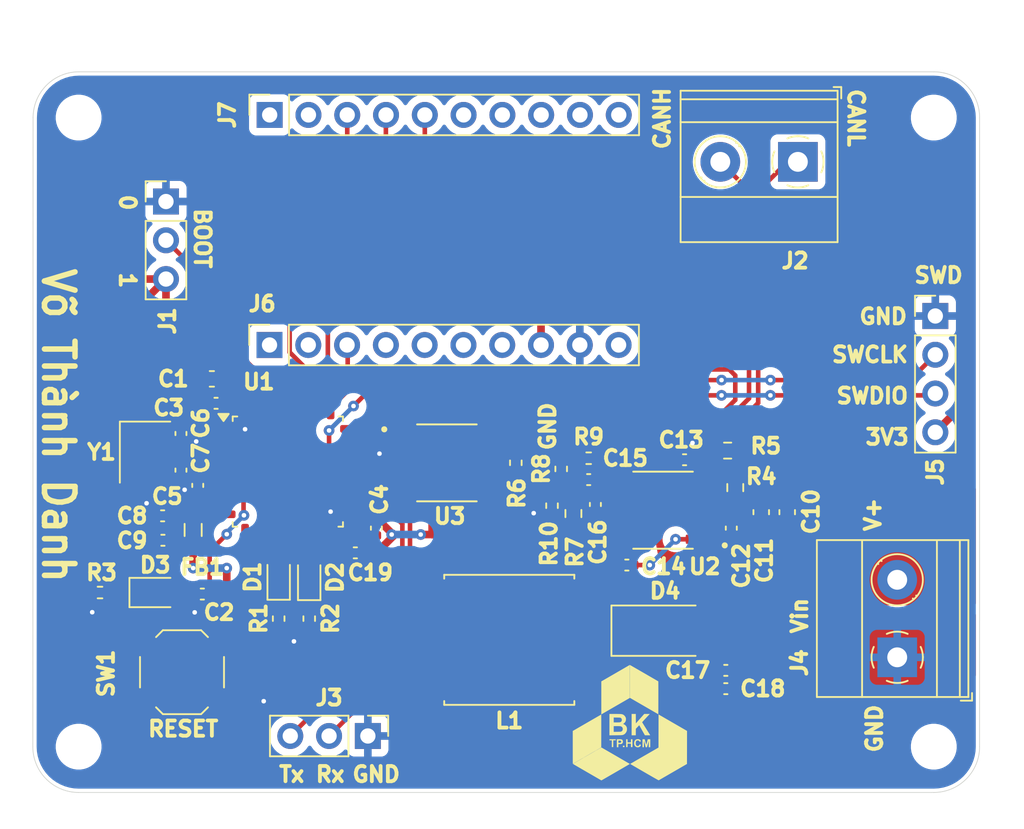
<source format=kicad_pcb>
(kicad_pcb (version 20240108) (generator "pcbnew") (generator_version "8.0")
  (layers (0 "F.Cu" signal) (31 "B.Cu" power) (34 "B.Paste" user) (35 "F.Paste" user) (36 "B.SilkS" user "B.Silkscreen") (37 "F.SilkS" user "F.Silkscreen") (38 "B.Mask" user) (39 "F.Mask" user) (44 "Edge.Cuts" user))
  (net 0 "")
  (net 1 "GND")
  (net 2 "+3.3V")
  (net 3 "NRST")
  (net 4 "OSC_IN")
  (net 5 "OSC_OUT")
  (net 6 "+3.3VA")
  (net 7 "/Vin")
  (net 8 "/SS")
  (net 9 "/POWER BOOT")
  (net 10 "/PH")
  (net 11 "/COMP")
  (net 12 "Net-(C15-Pad2)")
  (net 13 "LED_WHITE")
  (net 14 "Net-(D1-K)")
  (net 15 "Net-(D2-K)")
  (net 16 "LED_RED")
  (net 17 "Net-(D3-K)")
  (net 18 "BOOT")
  (net 19 "SWDIO")
  (net 20 "SWCLK")
  (net 21 "/CAN-")
  (net 22 "/CAN+")
  (net 23 "USART1_Tx")
  (net 24 "USART1_Rx")
  (net 30 "SPI_CS")
  (net 33 "SPI_MISO")
  (net 39 "SPI_MOSI")
  (net 40 "SPI_SCK")
  (net 41 "/EN")
  (net 42 "/VSense")
  (net 50 "CAN_S")
  (net 53 "CAN_Rx")
  (net 54 "CAN_Tx")
  (net 57 "Net-(R8-Pad2)")
  (footprint "Capacitor_SMD:C_0603_1608Metric" (layer "F.Cu") (at 174.88 104.955 -90)
    (property "Reference" "C10")
    (property "Value" "4.7u")
  )
  (footprint "Diode_SMD:D_SMA" (layer "F.Cu") (at 166.88 112.72)
    (property "Reference" "D4")
    (property "Value" "SS34")
  )
  (footprint "MountingHole:MountingHole_2.5mm" (layer "F.Cu") (at 128.48 120.32)
    (property "Reference" "H2")
    (property "Value" "MountingHole")
  )
  (footprint "Connector_PinHeader_2.54mm:PinHeader_1x03_P2.54mm_Vertical" (layer "F.Cu") (at 147.42 119.62 -90)
    (property "Reference" "J3")
    (property "Value" "UART Connector")
  )
  (footprint "Resistor_SMD:R_0402_1005Metric" (layer "F.Cu") (at 161.88 101.42)
    (property "Reference" "R9")
    (property "Value" "15k")
  )
  (footprint "TerminalBlock_Phoenix:TerminalBlock_Phoenix_MKDS-1,5-2-5.08_1x02_P5.08mm_Horizontal" (layer "F.Cu") (at 182.085 114.465 90)
    (property "Reference" "J4")
    (property "Value" "Vin")
  )
  (footprint "Capacitor_SMD:C_0402_1005Metric" (layer "F.Cu") (at 162.32 104.45 -90)
    (property "Reference" "C16")
    (property "Value" "47p")
  )
  (footprint "Capacitor_SMD:C_0402_1005Metric" (layer "F.Cu") (at 135.18 99.8 -90)
    (property "Reference" "C3")
    (property "Value" "10p")
  )
  (footprint "Capacitor_SMD:C_0402_1005Metric" (layer "F.Cu") (at 171.22 106 -90)
    (property "Reference" "C12")
    (property "Value" "10n")
  )
  (footprint "Capacitor_SMD:C_0603_1608Metric" (layer "F.Cu") (at 137.205 96.22)
    (property "Reference" "C1")
    (property "Value" "10u")
  )
  (footprint "Capacitor_SMD:C_0402_1005Metric" (layer "F.Cu") (at 133.98 105.195 180)
    (property "Reference" "C8")
    (property "Value" "1u")
  )
  (footprint "Package_SO:SOIC127P599X175-8N" (layer "F.Cu") (at 166.75 104.825 180)
    (property "Reference" "U2")
    (property "Value" "TPS54331DR")
  )
  (footprint "Resistor_SMD:R_0603_1608Metric" (layer "F.Cu") (at 160.88 105.045 -90)
    (property "Reference" "R7")
    (property "Value" "30k")
  )
  (footprint "Capacitor_SMD:C_0402_1005Metric" (layer "F.Cu") (at 147.98 106 -90)
    (property "Reference" "C4")
    (property "Value" "100n")
  )
  (footprint "Capacitor_SMD:C_0402_1005Metric" (layer "F.Cu") (at 168.16 101.52)
    (property "Reference" "C13")
    (property "Value" "10n")
  )
  (footprint "Package_QFP:LQFP-32_7x7mm_P0.8mm" (layer "F.Cu") (at 142.18 102.295)
    (property "Reference" "U1")
    (property "Value" "STM32F042K6Tx")
  )
  (footprint "Capacitor_SMD:C_0402_1005Metric" (layer "F.Cu") (at 164.38 108.42 180)
    (property "Reference" "C14")
    (property "Value" "100n")
  )
  (footprint "Resistor_SMD:R_0402_1005Metric" (layer "F.Cu") (at 141.58 111.93 -90)
    (property "Reference" "R1")
    (property "Value" "1k")
  )
  (footprint "Capacitor_SMD:C_0402_1005Metric" (layer "F.Cu") (at 135.18 102.2 -90)
    (property "Reference" "C5")
    (property "Value" "10p")
  )
  (footprint "Package_SO:SOIC127P600X175-8N" (layer "F.Cu") (at 152.595 101.725)
    (property "Reference" "U3")
    (property "Value" "TJA1050T_CM_118")
  )
  (footprint "Resistor_SMD:R_0402_1005Metric" (layer "F.Cu") (at 160.08 102.12 90)
    (property "Reference" "R8")
    (property "Value" "0")
  )
  (footprint "LED_SMD:LED_0603_1608Metric" (layer "F.Cu") (at 141.58 109.2075 90)
    (property "Reference" "D1")
    (property "Value" "LED_WHITE")
  )
  (footprint "MountingHole:MountingHole_2.5mm" (layer "F.Cu") (at 184.48 120.32)
    (property "Reference" "H4")
    (property "Value" "MountingHole")
  )
  (footprint "Capacitor_SMD:C_0402_1005Metric" (layer "F.Cu") (at 134 106.795 180)
    (property "Reference" "C9")
    (property "Value" "1u")
  )
  (footprint "TerminalBlock_Phoenix:TerminalBlock_Phoenix_MKDS-1,5-2-5.08_1x02_P5.08mm_Horizontal" (layer "F.Cu") (at 175.58 82 180)
    (property "Reference" "J2")
    (property "Value" "CAN Bus")
  )
  (footprint "MountingHole:MountingHole_2.5mm" (layer "F.Cu") (at 128.48 79.1)
    (property "Reference" "H1")
    (property "Value" "MountingHole")
  )
  (footprint "Resistor_SMD:R_0603_1608Metric" (layer "F.Cu") (at 171.48 103.345 90)
    (property "Reference" "R4")
    (property "Value" "330k")
  )
  (footprint "Capacitor_SMD:C_0402_1005Metric" (layer "F.Cu") (at 170.86 115.32)
    (property "Reference" "C17")
    (property "Value" "47p")
  )
  (footprint "Resistor_SMD:R_0603_1608Metric" (layer "F.Cu") (at 170.98 100.92 180)
    (property "Reference" "R5")
    (property "Value" "68k")
  )
  (footprint "Connector_PinSocket_2.54mm:PinSocket_1x10_P2.54mm_Vertical" (layer "F.Cu") (at 140.98 94 90)
    (property "Reference" "J6")
    (property "Value" "Conn_01x10_Socket")
  )
  (footprint "Capacitor_SMD:C_0402_1005Metric" (layer "F.Cu") (at 136.58 110.32)
    (property "Reference" "C2")
    (property "Value" "100n")
  )
  (footprint "Capacitor_SMD:C_0402_1005Metric" (layer "F.Cu") (at 161.88 102.82 180)
    (property "Reference" "C15")
    (property "Value" "1n")
  )
  (footprint "LED_SMD:LED_0603_1608Metric" (layer "F.Cu") (at 143.58 109.2325 90)
    (property "Reference" "D2")
    (property "Value" "LED_RED")
  )
  (footprint "Resistor_SMD:R_0402_1005Metric" (layer "F.Cu") (at 143.58 111.93 -90)
    (property "Reference" "R2")
    (property "Value" "1k")
  )
  (footprint "Connector_PinSocket_2.54mm:PinSocket_1x10_P2.54mm_Vertical" (layer "F.Cu") (at 140.99 78.925 90)
    (property "Reference" "J7")
    (property "Value" "Conn_01x10_Socket")
  )
  (footprint "Capacitor_SMD:C_0402_1005Metric" (layer "F.Cu") (at 137.48 97.82)
    (property "Reference" "C6")
    (property "Value" "100n")
  )
  (footprint "Connector_PinHeader_2.54mm:PinHeader_1x04_P2.54mm_Vertical" (layer "F.Cu") (at 184.58 92.1)
    (property "Reference" "J5")
    (property "Value" "SWD Connector")
  )
  (footprint "LED_SMD:LED_0805_2012Metric" (layer "F.Cu") (at 133.4925 110.22)
    (property "Reference" "D3")
    (property "Value" "LED_GREEN")
  )
  (footprint "Capacitor_SMD:C_0402_1005Metric" (layer "F.Cu") (at 136.28 103.2 90)
    (property "Reference" "C7")
    (property "Value" "100n")
  )
  (footprint "Inductor_SMD:L_0805_2012Metric" (layer "F.Cu") (at 135.98 106.12 90)
    (property "Reference" "FB1")
    (property "Value" "120R")
  )
  (footprint "Resistor_SMD:R_0402_1005Metric" (layer "F.Cu") (at 159.48 104.53 -90)
    (property "Reference" "R10")
    (property "Value" "4.7k")
  )
  (footprint "MountingHole:MountingHole_2.5mm" (layer "F.Cu") (at 184.48 79.1)
    (property "Reference" "H3")
    (property "Value" "MountingHole")
  )
  (footprint "Inductor_SMD:L_Sunlord_SWPA8040S" (layer "F.Cu") (at 156.68 113.32 180)
    (property "Reference" "L1")
    (property "Value" "10uH")
  )
  (footprint "LOGO" (layer "F.Cu") (at 164.48222 119.02)
    (property "Reference" "G***" (hide yes))
    (property "Value" "LOGO" (hide yes))
  )
  (footprint "Crystal:Crystal_SMD_3225-4Pin_3.2x2.5mm" (layer "F.Cu") (at 132.83 101.02 -90)
    (property "Reference" "Y1")
    (property "Value" "16MHz")
  )
  (footprint "Capacitor_SMD:C_0603_1608Metric" (layer "F.Cu") (at 173.18 104.955 -90)
    (property "Reference" "C11")
    (property "Value" "4.7u")
  )
  (footprint "Capacitor_SMD:C_0402_1005Metric" (layer "F.Cu") (at 170.86 116.52)
    (property "Reference" "C18")
    (property "Value" "47p")
  )
  (footprint "Capacitor_SMD:C_0402_1005Metric" (layer "F.Cu") (at 146.6 107.62 180)
    (property "Reference" "C19")
    (property "Value" "100n")
  )
  (footprint "Resistor_SMD:R_0402_1005Metric" (layer "F.Cu") (at 129.88 110.22 180)
    (property "Reference" "R3")
    (property "Value" "1k")
  )
  (footprint "Resistor_SMD:R_0402_1005Metric" (layer "F.Cu") (at 157.11 101.72 -90)
    (property "Reference" "R6")
    (property "Value" "120")
  )
  (footprint "Button_Switch_SMD:SW_SPST_TL3342" (layer "F.Cu") (at 135.25 115.44 180)
    (property "Reference" "SW1")
    (property "Value" "SW_Push")
  )
  (footprint "Connector_PinHeader_2.54mm:PinHeader_1x03_P2.54mm_Vertical" (layer "F.Cu") (at 134.2 84.6)
    (property "Reference" "J1")
    (property "Value" "Boot")
  )
  (gr_arc (start 128.48 123.32) (mid 126.35868 122.44132) (end 125.48 120.32) (stroke (width 0.05)) (layer "Edge.Cuts"))
  (gr_arc (start 184.48 76.1) (mid 186.602254 76.979066) (end 187.48132 79.10132) (stroke (width 0.05)) (layer "Edge.Cuts"))
  (gr_arc (start 187.48 120.32) (mid 186.60132 122.44132) (end 184.48 123.32) (stroke (width 0.05)) (layer "Edge.Cuts"))
  (gr_line (start 125.49868 79.10132) (end 125.48 120.32) (stroke (width 0.05)) (layer "Edge.Cuts"))
  (gr_line (start 128.48 123.32) (end 184.48 123.32) (stroke (width 0.05)) (layer "Edge.Cuts"))
  (gr_arc (start 125.49868 79.10132) (mid 126.377747 76.979073) (end 128.5 76.1) (stroke (width 0.05)) (layer "Edge.Cuts"))
  (gr_line (start 187.48 120.32) (end 187.48132 79.10132) (stroke (width 0.05)) (layer "Edge.Cuts"))
  (gr_line (start 128.5 76.1) (end 184.48 76.1) (stroke (width 0.05)) (layer "Edge.Cuts"))
  (gr_text "SWDIO" (at 177.98 97.92 0) (layer "F.SilkS") (effects (font (size 1 1) (thickness 0.25) (bold yes)) (justify left bottom)))
  (gr_text "SWCLK\n" (at 177.68 95.22 0) (layer "F.SilkS") (effects (font (size 1 1) (thickness 0.25) (bold yes)) (justify left bottom)))
  (gr_text "GND" (at 179.48 92.72 0) (layer "F.SilkS") (effects (font (size 1 1) (thickness 0.25) (bold yes)) (justify left bottom)))
  (gr_text "V+\n" (at 181.08 106.32 90) (layer "F.SilkS") (effects (font (size 1 1) (thickness 0.25) (bold yes)) (justify left bottom)))
  (gr_text "Võ Thành Danh" (at 125.98 88.8 -90) (layer "F.SilkS") (effects (font (size 2 1.8) (thickness 0.36) (bold yes)) (justify left bottom)))
  (gr_text "1" (at 131.1 89.125 -90) (layer "F.SilkS") (effects (font (size 1 1) (thickness 0.25) (bold yes)) (justify left bottom)))
  (gr_text "Tx\n" (at 141.48 122.72 0) (layer "F.SilkS") (effects (font (size 1 1) (thickness 0.25) (bold yes)) (justify left bottom)))
  (gr_text "3V3" (at 179.88 100.62 0) (layer "F.SilkS") (effects (font (size 1 1) (thickness 0.25) (bold yes)) (justify left bottom)))
  (gr_text "Vin" (at 176.28 113.02 90) (layer "F.SilkS") (effects (font (size 1 1) (thickness 0.25) (bold yes)) (justify left bottom)))
  (gr_text "SWD" (at 183.08 90.02 0) (layer "F.SilkS") (effects (font (size 1 1) (thickness 0.25) (bold yes)) (justify left bottom)))
  (gr_text "0\n" (at 131.1 84.025 -90) (layer "F.SilkS") (effects (font (size 1 1) (thickness 0.25) (bold yes)) (justify left bottom)))
  (gr_text "CANH" (at 167.28 81.3 90) (layer "F.SilkS") (effects (font (size 1 1) (thickness 0.25) (bold yes)) (justify left bottom)))
  (gr_text "RESET" (at 132.9 119.74 0) (layer "F.SilkS") (effects (font (size 1 1) (thickness 0.25) (bold yes)) (justify left bottom)))
  (gr_text "GND" (at 146.28 122.72 0) (layer "F.SilkS") (effects (font (size 1 1) (thickness 0.25) (bold yes)) (justify left bottom)))
  (gr_text "CANL" (at 178.8 77.1 -90) (layer "F.SilkS") (effects (font (size 1 1) (thickness 0.25) (bold yes)) (justify left bottom)))
  (gr_text "BOOT\n" (at 136 84.925 -90) (layer "F.SilkS") (effects (font (size 1 1) (thickness 0.25) (bold yes)) (justify left bottom)))
  (gr_text "Rx\n" (at 143.88 122.72 0) (layer "F.SilkS") (effects (font (size 1 1) (thickness 0.25) (bold yes)) (justify left bottom)))
  (gr_text "GND" (at 159.78 101.02 90) (layer "F.SilkS") (effects (font (size 1 1) (thickness 0.25) (bold yes)) (justify left bottom)))
  (gr_text "GND" (at 181.18 120.82 90) (layer "F.SilkS") (effects (font (size 1 1) (thickness 0.25) (bold yes)) (justify left bottom)))
  (segment (start 168.64 101.52) (end 168.64 100.46) (width 0.5) (layer "F.Cu") (net 1))
  (segment (start 136.1 111.5) (end 136.08 111.52) (width 0.5) (layer "F.Cu") (net 1))
  (segment (start 162.32 104.93) (end 162.85 105.46) (width 0.5) (layer "F.Cu") (net 1))
  (segment (start 131.98 102.12) (end 131.98 103.42) (width 0.5) (layer "F.Cu") (net 1))
  (segment (start 135.18 103.245863) (end 135.421382 103.487245) (width 0.5) (layer "F.Cu") (net 1))
  (segment (start 133.5 105.195) (end 133.5 106.775) (width 0.5) (layer "F.Cu") (net 1))
  (segment (start 160.88 105.87) (end 160.31 105.87) (width 0.5) (layer "F.Cu") (net 1))
  (segment (start 132.1 117.34) (end 138.4 117.34) (width 0.5) (layer "F.Cu") (net 1))
  (segment (start 131.98 103.42) (end 132.93 104.37) (width 0.5) (layer "F.Cu") (net 1))
  (segment (start 137.96 97.82) (end 139.08 97.82) (width 0.3) (layer "F.Cu") (net 1))
  (segment (start 129.37 111.51) (end 129.37 110.22) (width 0.5) (layer "F.Cu") (net 1))
  (segment (start 132.93 104.37) (end 133.5 104.94) (width 0.5) (layer "F.Cu") (net 1))
  (segment (start 162.85 105.46) (end 164.28 105.46) (width 0.5) (layer "F.Cu") (net 1))
  (segment (start 142.58 112.44) (end 143.58 112.44) (width 0.5) (layer "F.Cu") (net 1))
  (segment (start 168.64 101.52) (end 169.555 101.52) (width 0.5) (layer "F.Cu") (net 1))
  (segment (start 169.555 101.52) (end 170.155 100.92) (width 0.5) (layer "F.Cu") (net 1))
  (segment (start 139.38 98.12) (end 139.38 99.52) (width 0.3) (layer "F.Cu") (net 1))
  (segment (start 168.64 100.46) (end 168.68 100.42) (width 0.5) (layer "F.Cu") (net 1))
  (segment (start 135.18 102.68) (end 136.24 102.68) (width 0.5) (layer "F.Cu") (net 1))
  (segment (start 142.58 112.82) (end 142.58 113.42) (width 0.5) (layer "F.Cu") (net 1))
  (segment (start 136.1 110.32) (end 136.1 111.5) (width 0.5) (layer "F.Cu") (net 1))
  (segment (start 137.98 97.8) (end 137.96 97.82) (width 0.5) (layer "F.Cu") (net 1))
  (segment (start 161.38 105.87) (end 162.32 104.93) (width 0.5) (layer "F.Cu") (net 1))
  (segment (start 136.24 102.68) (end 136.28 102.72) (width 0.5) (layer "F.Cu") (net 1))
  (segment (start 142.58 112.44) (end 142.58 112.82) (width 0.5) (layer "F.Cu") (net 1))
  (segment (start 144.98 104.92) (end 144.98 106.47) (width 0.3) (layer "F.Cu") (net 1))
  (segment (start 144.98 106.47) (end 144.98 106.48) (width 0.3) (layer "F.Cu") (net 1))
  (segment (start 150.01 101.09) (end 148.21 101.09) (width 0.5) (layer "F.Cu") (net 1))
  (segment (start 134.04 100.28) (end 135.18 100.28) (width 0.5) (layer "F.Cu") (net 1))
  (segment (start 135.18 102.68) (end 135.18 103.245863) (width 0.5) (layer "F.Cu") (net 1))
  (segment (start 140.6 117.34) (end 138.4 117.34) (width 0.5) (layer "F.Cu") (net 1))
  (segment (start 144.98 106.48) (end 146.12 107.62) (width 0.3) (layer "F.Cu") (net 1))
  (segment (start 147.97 106.47) (end 147.98 106.48) (width 0.3) (layer "F.Cu") (net 1))
  (segment (start 139.08 97.82) (end 139.38 98.12) (width 0.3) (layer "F.Cu") (net 1))
  (segment (start 133.68 99.92) (end 134.04 100.28) (width 0.5) (layer "F.Cu") (net 1))
  (segment (start 148.21 101.09) (end 148.18 101.12) (width 0.5) (layer "F.Cu") (net 1))
  (segment (start 158.3 105.04) (end 158.28 105.02) (width 0.5) (layer "F.Cu") (net 1))
  (segment (start 135.18 100.28) (end 136.14 100.28) (width 0.5) (layer "F.Cu") (net 1))
  (segment (start 141.58 112.44) (end 142.58 112.44) (width 0.5) (layer "F.Cu") (net 1))
  (segment (start 144.98 106.47) (end 147.97 106.47) (width 0.3) (layer "F.Cu") (net 1))
  (segment (start 137.98 96.22) (end 137.98 97.8) (width 0.5) (layer "F.Cu") (net 1))
  (segment (start 136.14 100.28) (end 136.18 100.32) (width 0.5) (layer "F.Cu") (net 1))
  (segment (start 133.5 106.775) (end 133.52 106.795) (width 0.5) (layer "F.Cu") (net 1))
  (segment (start 160.31 105.87) (end 159.48 105.04) (width 0.5) (layer "F.Cu") (net 1))
  (segment (start 159.48 105.04) (end 158.3 105.04) (width 0.5) (layer "F.Cu") (net 1))
  (segment (start 160.88 105.87) (end 161.38 105.87) (width 0.5) (layer "F.Cu") (net 1))
  (segment (start 133.5 104.94) (end 133.5 105.195) (width 0.5) (layer "F.Cu") (net 1))
  (via (at 135.421382 103.487245) (size 0.7) (drill 0.3) (layers "F.Cu" "B.Cu") (net 1))
  (via (at 139.38 99.52) (size 0.7) (drill 0.3) (layers "F.Cu" "B.Cu") (net 1))
  (via (at 144.98 104.92) (size 0.7) (drill 0.3) (layers "F.Cu" "B.Cu") (net 1))
  (via (at 136.18 100.32) (size 0.7) (drill 0.3) (layers "F.Cu" "B.Cu") (net 1))
  (via (at 168.68 100.42) (size 0.7) (drill 0.3) (layers "F.Cu" "B.Cu") (net 1))
  (via (at 140.6 117.34) (size 0.7) (drill 0.3) (layers "F.Cu" "B.Cu") (net 1))
  (via (at 129.37 111.51) (size 0.7) (drill 0.3) (layers "F.Cu" "B.Cu") (net 1))
  (via (at 132.93 104.37) (size 0.7) (drill 0.3) (layers "F.Cu" "B.Cu") (net 1))
  (via (at 142.58 113.42) (size 0.7) (drill 0.3) (layers "F.Cu" "B.Cu") (net 1))
  (via (at 136.08 111.52) (size 0.7) (drill 0.3) (layers "F.Cu" "B.Cu") (net 1))
  (via (at 148.18 101.12) (size 0.7) (drill 0.3) (layers "F.Cu" "B.Cu") (net 1))
  (via (at 158.28 105.02) (size 0.7) (drill 0.3) (layers "F.Cu" "B.Cu") (net 1))
  (segment (start 134.48 106.795) (end 134.48 109.62) (width 0.5) (layer "F.Cu") (net 2))
  (segment (start 146.355 105.095) (end 147.555 105.095) (width 0.3) (layer "F.Cu") (net 2))
  (segment (start 158.76 87.64) (end 169.4 77) (width 0.5) (layer "F.Cu") (net 2))
  (segment (start 134.2 95.04) (end 134.2 89.68) (width 0.5) (layer "F.Cu") (net 2))
  (segment (start 152.13 106.42) (end 151.63 106.42) (width 0.5) (layer "F.Cu") (net 2))
  (segment (start 169.4 77) (end 179.2 77) (width 0.5) (layer "F.Cu") (net 2))
  (segment (start 131.2 88.4) (end 131.2 81.5) (width 0.5) (layer "F.Cu") (net 2))
  (segment (start 134.8675 107.1825) (end 134.48 106.795) (width 0.5) (layer "F.Cu") (net 2))
  (segment (start 148.98 106.331734) (end 148.168266 105.52) (width 0.5) (layer "F.Cu") (net 2))
  (segment (start 135.7 77) (end 169.4 77) (width 0.5) (layer "F.Cu") (net 2))
  (segment (start 179.2 77) (end 186.7 84.5) (width 0.5) (layer "F.Cu") (net 2))
  (segment (start 136.43 97.25) (end 137 97.82) (width 0.5) (layer "F.Cu") (net 2))
  (segment (start 138.005 99.495) (end 137.98 99.52) (width 0.3) (layer "F.Cu") (net 2))
  (segment (start 136.43 96.22) (end 135.38 96.22) (width 0.5) (layer "F.Cu") (net 2))
  (segment (start 134.48 109.62) (end 134.28 109.82) (width 0.5) (layer "F.Cu") (net 2))
  (segment (start 151.63 103.22) (end 151.63 106.42) (width 0.5) (layer "F.Cu") (net 2))
  (segment (start 150.77 102.36) (end 151.63 103.22) (width 0.5) (layer "F.Cu") (net 2))
  (segment (start 151.63 106.42) (end 150.88 106.42) (width 0.5) (layer "F.Cu") (net 2))
  (segment (start 147.08 107.62) (end 147.08 111.72) (width 0.5) (layer "F.Cu") (net 2))
  (segment (start 186.7 84.5) (end 186.7 97.6) (width 0.5) (layer "F.Cu") (net 2))
  (segment (start 141.48 114.32) (end 138.18 111.02) (width 0.5) (layer "F.Cu") (net 2))
  (segment (start 147.08 111.72) (end 144.48 114.32) (width 0.5) (layer "F.Cu") (net 2))
  (segment (start 149.08 106.528266) (end 149.08 106.42) (width 0.5) (layer "F.Cu") (net 2))
  (segment (start 132.48 89.68) (end 131.2 88.4) (width 0.5) (layer "F.Cu") (net 2))
  (segment (start 134.43 109.53) (end 134.43 110.22) (width 0.5) (layer "F.Cu") (net 2))
  (segment (start 153.68 108.07) (end 153.68 113.32) (width 0.5) (layer "F.Cu") (net 2))
  (segment (start 134.2 89.68) (end 132.48 89.68) (width 0.5) (layer "F.Cu") (net 2))
  (segment (start 135.38 96.22) (end 134.2 95.04) (width 0.5) (layer "F.Cu") (net 2))
  (segment (start 135.98 108.62) (end 135.98 107.1825) (width 0.5) (layer "F.Cu") (net 2))
  (segment (start 131.2 81.5) (end 135.7 77) (width 0.5) (layer "F.Cu") (net 2))
  (segment (start 129.9 105) (end 134.43 109.53) (width 0.5) (layer "F.Cu") (net 2))
  (segment (start 150.01 102.36) (end 150.77 102.36) (width 0.5) (layer "F.Cu") (net 2))
  (segment (start 148.98 106.42) (end 148.98 106.331734) (width 0.5) (layer "F.Cu") (net 2))
  (segment (start 137.98 99.52) (end 137 98.54) (width 0.3) (layer "F.Cu") (net 2))
  (segment (start 186.7 97.6) (end 184.58 99.72) (width 0.5) (layer "F.Cu") (net 2))
  (segment (start 153.73 108.02) (end 153.68 108.07) (width 0.5) (layer "F.Cu") (net 2))
  (segment (start 136.43 96.22) (end 136.43 97.25) (width 0.5) (layer "F.Cu") (net 2))
  (segment (start 129.9 93.98) (end 129.9 105) (width 0.5) (layer "F.Cu") (net 2))
  (segment (start 134.2 89.68) (end 129.9 93.98) (width 0.5) (layer "F.Cu") (net 2))
  (segment (start 148.168266 105.52) (end 147.98 105.52) (width 0.5) (layer "F.Cu") (net 2))
  (segment (start 144.48 114.32) (end 141.48 114.32) (width 0.5) (layer "F.Cu") (net 2))
  (segment (start 147.988266 107.62) (end 149.08 106.528266) (width 0.5) (layer "F.Cu") (net 2))
  (segment (start 147.08 107.62) (end 147.988266 107.62) (width 0.5) (layer "F.Cu") (net 2))
  (segment (start 153.73 108.02) (end 152.13 106.42) (width 0.5) (layer "F.Cu") (net 2))
  (segment (start 137 98.54) (end 137 97.82) (width 0.3) (layer "F.Cu") (net 2))
  (segment (start 135.98 107.1825) (end 134.8675 107.1825) (width 0.5) (layer "F.Cu") (net 2))
  (segment (start 160.08 102.63) (end 159.12 102.63) (width 0.5) (layer "F.Cu") (net 2))
  (segment (start 159.12 102.63) (end 153.73 108.02) (width 0.5) (layer "F.Cu") (net 2))
  (segment (start 138.18 111.02) (end 138.18 108.62) (width 0.5) (layer "F.Cu") (net 2))
  (segment (start 158.76 94) (end 158.76 87.64) (width 0.5) (layer "F.Cu") (net 2))
  (segment (start 147.555 105.095) (end 147.98 105.52) (width 0.3) (layer "F.Cu") (net 2))
  (via (at 150.88 106.42) (size 0.7) (drill 0.3) (layers "F.Cu" "B.Cu") (net 2))
  (via (at 148.98 106.42) (size 0.7) (drill 0.3) (layers "F.Cu" "B.Cu") (net 2))
  (via (at 138.18 108.62) (size 0.7) (drill 0.3) (layers "F.Cu" "B.Cu") (net 2))
  (via (at 135.98 108.62) (size 0.7) (drill 0.3) (layers "F.Cu" "B.Cu") (net 2))
  (segment (start 138.18 108.62) (end 135.98 108.62) (width 0.5) (layer "B.Cu") (net 2))
  (segment (start 150.88 106.42) (end 148.98 106.42) (width 0.5) (layer "B.Cu") (net 2))
  (segment (start 138.754999 101.895) (end 139.28 102.420001) (width 0.3) (layer "F.Cu") (net 3))
  (segment (start 139.28 105.135316) (end 139.305 105.160316) (width 0.3) (layer "F.Cu") (net 3))
  (segment (start 139.28 102.420001) (end 139.28 105.135316) (width 0.3) (layer "F.Cu") (net 3))
  (segment (start 137.06 107.52) (end 137.06 112.2) (width 0.3) (layer "F.Cu") (net 3))
  (segment (start 138.18 106.4) (end 137.06 107.52) (width 0.3) (layer "F.Cu") (net 3))
  (segment (start 137.06 112.2) (end 138.4 113.54) (width 0.3) (layer "F.Cu") (net 3))
  (segment (start 138.005 101.895) (end 138.754999 101.895) (width 0.3) (layer "F.Cu") (net 3))
  (segment (start 132.1 113.54) (end 138.4 113.54) (width 0.3) (layer "F.Cu") (net 3))
  (via (at 139.305 105.160316) (size 0.7) (drill 0.3) (layers "F.Cu" "B.Cu") (net 3))
  (via (at 138.18 106.4) (size 0.7) (drill 0.3) (layers "F.Cu" "B.Cu") (net 3))
  (segment (start 138.18 106.285316) (end 139.305 105.160316) (width 0.3) (layer "B.Cu") (net 3))
  (segment (start 138.18 106.4) (end 138.18 106.285316) (width 0.3) (layer "B.Cu") (net 3))
  (segment (start 134.73 98.87) (end 132.73 98.87) (width 0.3) (layer "F.Cu") (net 4))
  (segment (start 135.18 99.32) (end 134.73 98.87) (width 0.3) (layer "F.Cu") (net 4))
  (segment (start 132.73 98.87) (end 131.98 99.62) (width 0.3) (layer "F.Cu") (net 4))
  (segment (start 131.98 99.62) (end 131.98 99.92) (width 0.3) (layer "F.Cu") (net 4))
  (segment (start 137.255001 100.295) (end 136.280001 99.32) (width 0.3) (layer "F.Cu") (net 4))
  (segment (start 136.280001 99.32) (end 135.18 99.32) (width 0.3) (layer "F.Cu") (net 4))
  (segment (start 138.005 100.295) (end 137.255001 100.295) (width 0.3) (layer "F.Cu") (net 4))
  (segment (start 138.005 101.095) (end 135.805 101.095) (width 0.3) (layer "F.Cu") (net 5))
  (segment (start 135.805 101.095) (end 135.18 101.72) (width 0.3) (layer "F.Cu") (net 5))
  (segment (start 135.18 101.72) (end 134.08 101.72) (width 0.3) (layer "F.Cu") (net 5))
  (segment (start 134.08 101.72) (end 133.68 102.12) (width 0.3) (layer "F.Cu") (net 5))
  (segment (start 135.98 105.0575) (end 136.28 104.7575) (width 0.5) (layer "F.Cu") (net 6))
  (segment (start 136.28 104.7575) (end 136.28 103.68) (width 0.5) (layer "F.Cu") (net 6))
  (segment (start 136.394784 103.68) (end 136.28 103.68) (width 0.3) (layer "F.Cu") (net 6))
  (segment (start 138.005 102.695) (end 137.379784 102.695) (width 0.3) (layer "F.Cu") (net 6))
  (segment (start 134.5975 105.0575) (end 134.46 105.195) (width 0.5) (layer "F.Cu") (net 6))
  (segment (start 137.379784 102.695) (end 136.394784 103.68) (width 0.3) (layer "F.Cu") (net 6))
  (segment (start 135.98 105.0575) (end 134.5975 105.0575) (width 0.5) (layer "F.Cu") (net 6))
  (segment (start 167.68 101.52) (end 167.68 101.829999) (width 0.3) (layer "F.Cu") (net 8))
  (segment (start 167.68 101.829999) (end 168.770001 102.92) (width 0.3) (layer "F.Cu") (net 8))
  (segment (start 168.770001 102.92) (end 169.22 102.92) (width 0.3) (layer "F.Cu") (net 8))
  (segment (start 165.88 108.42) (end 164.86 108.42) (width 0.3) (layer "F.Cu") (net 9))
  (segment (start 167.57 106.73) (end 169.22 106.73) (width 0.3) (layer "F.Cu") (net 9))
  (via (at 165.88 108.42) (size 0.7) (drill 0.3) (layers "F.Cu" "B.Cu") (net 9))
  (via (at 167.57 106.73) (size 0.7) (drill 0.3) (layers "F.Cu" "B.Cu") (net 9))
  (segment (start 165.88 108.42) (end 167.57 106.73) (width 0.3) (layer "B.Cu") (net 9))
  (segment (start 162.57 104.22) (end 164.25 104.22) (width 0.3) (layer "F.Cu") (net 11))
  (segment (start 162.32 103.97) (end 162.57 104.22) (width 0.3) (layer "F.Cu") (net 11))
  (segment (start 164.25 104.22) (end 164.28 104.19) (width 0.3) (layer "F.Cu") (net 11))
  (segment (start 162.3 102.83) (end 162.3 103.95) (width 0.3) (layer "F.Cu") (net 11))
  (segment (start 162.3 103.95) (end 162.32 103.97) (width 0.3) (layer "F.Cu") (net 11))
  (segment (start 161.4 102.82) (end 161.4 103.7) (width 0.3) (layer "F.Cu") (net 12))
  (segment (start 161.4 103.7) (end 160.88 104.22) (width 0.3) (layer "F.Cu") (net 12))
  (segment (start 141.78 108.22) (end 141.58 108.42) (width 0.3) (layer "F.Cu") (net 13))
  (segment (start 141.78 106.47) (end 141.78 108.22) (width 0.3) (layer "F.Cu") (net 13))
  (segment (start 141.58 109.9875) (end 141.58 111.3875) (width 0.3) (layer "F.Cu") (net 14))
  (segment (start 143.58 110.02) (end 143.58 111.42) (width 0.3) (layer "F.Cu") (net 15))
  (segment (start 143.38 108.245) (end 143.58 108.445) (width 0.3) (layer "F.Cu") (net 16))
  (segment (start 143.38 106.47) (end 143.38 108.245) (width 0.3) (layer "F.Cu") (net 16))
  (segment (start 130.39 110.22) (end 132.555 110.22) (width 0.3) (layer "F.Cu") (net 17))
  (segment (start 140.18 96.78) (end 136.5 93.1) (width 0.3) (layer "F.Cu") (net 18))
  (segment (start 136.5 93.1) (end 136.5 89.44) (width 0.3) (layer "F.Cu") (net 18))
  (segment (start 140.18 98.12) (end 140.18 96.78) (width 0.3) (layer "F.Cu") (net 18))
  (segment (start 136.5 89.44) (end 134.2 87.14) (width 0.3) (layer "F.Cu") (net 18))
  (segment (start 173.78 97.3) (end 184.46 97.3) (width 0.3) (layer "F.Cu") (net 19))
  (segment (start 163.2 97.3) (end 170.58 97.3) (width 0.3) (layer "F.Cu") (net 19))
  (segment (start 148.775216 98.5) (end 162 98.5) (width 0.3) (layer "F.Cu") (net 19))
  (segment (start 146.980216 100.295) (end 148.775216 98.5) (width 0.3) (layer "F.Cu") (net 19))
  (segment (start 146.355 100.295) (end 146.980216 100.295) (width 0.3) (layer "F.Cu") (net 19))
  (segment (start 162 98.5) (end 163.2 97.3) (width 0.3) (layer "F.Cu") (net 19))
  (segment (start 184.46 97.3) (end 184.58 97.18) (width 0.3) (layer "F.Cu") (net 19))
  (via (at 170.58 97.3) (size 0.7) (drill 0.3) (layers "F.Cu" "B.Cu") (net 19))
  (via (at 173.78 97.3) (size 0.7) (drill 0.3) (layers "F.Cu" "B.Cu") (net 19))
  (segment (start 170.58 97.3) (end 173.78 97.3) (width 0.3) (layer "B.Cu") (net 19))
  (segment (start 173.78 96.3) (end 182.92 96.3) (width 0.3) (layer "F.Cu") (net 20))
  (segment (start 162.88 96.3) (end 163.18 96.3) (width 0.3) (layer "F.Cu") (net 20))
  (segment (start 182.92 96.3) (end 184.58 94.64) (width 0.3) (layer "F.Cu") (net 20))
  (segment (start 163.18 96.3) (end 170.58 96.3) (width 0.3) (layer "F.Cu") (net 20))
  (segment (start 146.905 99.495) (end 148.5 97.9) (width 0.3) (layer "F.Cu") (net 20))
  (segment (start 161.28 97.9) (end 162.88 96.3) (width 0.3) (layer "F.Cu") (net 20))
  (segment (start 148.5 97.9) (end 161.28 97.9) (width 0.3) (layer "F.Cu") (net 20))
  (segment (start 146.355 99.495) (end 146.905 99.495) (width 0.3) (layer "F.Cu") (net 20))
  (via (at 173.78 96.3) (size 0.7) (drill 0.3) (layers "F.Cu" "B.Cu") (net 20))
  (via (at 170.58 96.3) (size 0.7) (drill 0.3) (layers "F.Cu" "B.Cu") (net 20))
  (segment (start 173.78 96.3) (end 170.58 96.3) (width 0.3) (layer "B.Cu") (net 20))
  (segment (start 167.81005 100.3) (end 168.41005 99.7) (width 0.3) (layer "F.Cu") (net 21))
  (segment (start 155.18 102.36) (end 157.62 102.36) (width 0.3) (layer "F.Cu") (net 21))
  (segment (start 171.08 99.7) (end 172.98 97.8) (width 0.3) (layer "F.Cu") (net 21))
  (segment (start 172.98 83.92) (end 174.9 82) (width 0.3) (layer "F.Cu") (net 21))
  (segment (start 159.68 100.3) (end 167.81005 100.3) (width 0.3) (layer "F.Cu") (net 21))
  (segment (start 172.98 97.8) (end 172.98 83.92) (width 0.3) (layer "F.Cu") (net 21))
  (segment (start 168.41005 99.7) (end 171.08 99.7) (width 0.3) (layer "F.Cu") (net 21))
  (segment (start 157.62 102.36) (end 159.68 100.3) (width 0.3) (layer "F.Cu") (net 21))
  (segment (start 174.9 82) (end 175.58 82) (width 0.3) (layer "F.Cu") (net 21))
  (segment (start 167.46155 99.8) (end 168.14153 99.12002) (width 0.3) (layer "F.Cu") (net 22))
  (segment (start 158.09 101.09) (end 159.38 99.8) (width 0.3) (layer "F.Cu") (net 22))
  (segment (start 159.38 99.8) (end 167.46155 99.8) (width 0.3) (layer "F.Cu") (net 22))
  (segment (start 172.38 97.5) (end 172.38 83.88) (width 0.3) (layer "F.Cu") (net 22))
  (segment (start 172.38 83.88) (end 170.5 82) (width 0.3) (layer "F.Cu") (net 22))
  (segment (start 155.18 101.09) (end 158.09 101.09) (width 0.3) (layer "F.Cu") (net 22))
  (segment (start 170.75998 99.12002) (end 172.38 97.5) (width 0.3) (layer "F.Cu") (net 22))
  (segment (start 168.14153 99.12002) (end 170.75998 99.12002) (width 0.3) (layer "F.Cu") (net 22))
  (segment (start 149.68 112.28) (end 142.34 119.62) (width 0.3) (layer "F.Cu") (net 23))
  (segment (start 147.447894 103.495) (end 149.68 105.727106) (width 0.3) (layer "F.Cu") (net 23))
  (segment (start 149.68 105.727106) (end 149.68 112.28) (width 0.3) (layer "F.Cu") (net 23))
  (segment (start 146.355 103.495) (end 147.447894 103.495) (width 0.3) (layer "F.Cu") (net 23))
  (segment (start 150.18 105.52) (end 150.18 114.32) (width 0.3) (layer "F.Cu") (net 24))
  (segment (start 147.355 102.695) (end 150.18 105.52) (width 0.3) (layer "F.Cu") (net 24))
  (segment (start 146.355 102.695) (end 147.355 102.695) (width 0.3) (layer "F.Cu") (net 24))
  (segment (start 150.18 114.32) (end 144.88 119.62) (width 0.3) (layer "F.Cu") (net 24))
  (segment (start 146.1 97) (end 146.1 94.04) (width 0.3) (layer "F.Cu") (net 30))
  (segment (start 144.98 98.12) (end 146.1 97) (width 0.3) (layer "F.Cu") (net 30))
  (segment (start 146.1 94.04) (end 146.06 94) (width 0.3) (layer "F.Cu") (net 30))
  (segment (start 142.3 94.477057) (end 142.3 89.2) (width 0.3) (layer "F.Cu") (net 33))
  (segment (start 148.6 82.9) (end 148.6 78.935) (width 0.3) (layer "F.Cu") (net 33))
  (segment (start 143.38 98.12) (end 143.38 95.557057) (width 0.3) (layer "F.Cu") (net 33))
  (segment (start 143.38 95.557057) (end 142.3 94.477057) (width 0.3) (layer "F.Cu") (net 33))
  (segment (start 148.6 78.935) (end 148.61 78.925) (width 0.3) (layer "F.Cu") (net 33))
  (segment (start 142.3 89.2) (end 148.6 82.9) (width 0.3) (layer "F.Cu") (net 33))
  (segment (start 139.3 89.1) (end 146.07 82.33) (width 0.3) (layer "F.Cu") (net 39))
  (segment (start 141.6 95.9) (end 140.3 95.9) (width 0.3) (layer "F.Cu") (net 39))
  (segment (start 142.58 96.88) (end 141.6 95.9) (width 0.3) (layer "F.Cu") (net 39))
  (segment (start 139.3 94.9) (end 139.3 89.1) (width 0.3) (layer "F.Cu") (net 39))
  (segment (start 146.07 82.33) (end 146.07 78.925) (width 0.3) (layer "F.Cu") (net 39))
  (segment (start 140.3 95.9) (end 139.3 94.9) (width 0.3) (layer "F.Cu") (net 39))
  (segment (start 142.58 98.12) (end 142.58 96.88) (width 0.3) (layer "F.Cu") (net 39))
  (segment (start 151.15 82.75) (end 151.15 78.925) (width 0.3) (layer "F.Cu") (net 40))
  (segment (start 144.18 98.12) (end 144.18 96.62) (width 0.3) (layer "F.Cu") (net 40))
  (segment (start 144.8 89.1) (end 151.15 82.75) (width 0.3) (layer "F.Cu") (net 40))
  (segment (start 144.8 96) (end 144.8 89.1) (width 0.3) (layer "F.Cu") (net 40))
  (segment (start 144.18 96.62) (end 144.8 96) (width 0.3) (layer "F.Cu") (net 40))
  (segment (start 169.22 104.19) (end 170.201642 104.19) (width 0.3) (layer "F.Cu") (net 41))
  (segment (start 170.201642 104.19) (end 171.48 102.911642) (width 0.3) (layer "F.Cu") (net 41))
  (segment (start 171.48 102.911642) (end 171.48 102.52) (width 0.3) (layer "F.Cu") (net 41))
  (segment (start 171.48 101.245) (end 171.805 100.92) (width 0.3) (layer "F.Cu") (net 41))
  (segment (start 171.48 102.52) (end 171.48 101.245) (width 0.3) (layer "F.Cu") (net 41))
  (segment (start 162.39 101.42) (end 162.78 101.42) (width 0.3) (layer "F.Cu") (net 42))
  (segment (start 160.75 102.25) (end 160.91 102.09) (width 0.3) (layer "F.Cu") (net 42))
  (segment (start 162.18 102.09) (end 162.39 101.88) (width 0.3) (layer "F.Cu") (net 42))
  (segment (start 159.699634 104.02) (end 159.48 104.02) (width 0.3) (layer "F.Cu") (net 42))
  (segment (start 160.91 102.09) (end 162.18 102.09) (width 0.3) (layer "F.Cu") (net 42))
  (segment (start 162.39 101.88) (end 162.39 101.42) (width 0.3) (layer "F.Cu") (net 42))
  (segment (start 160.75 102.969634) (end 159.699634 104.02) (width 0.3) (layer "F.Cu") (net 42))
  (segment (start 160.75 102.25) (end 160.75 102.969634) (width 0.3) (layer "F.Cu") (net 42))
  (segment (start 162.78 101.42) (end 164.28 102.92) (width 0.3) (layer "F.Cu") (net 42))
  (segment (start 171.48 96) (end 171.48 97.6) (width 0.3) (layer "F.Cu") (net 50))
  (segment (start 171.08 95.6) (end 171.48 96) (width 0.3) (layer "F.Cu") (net 50))
  (segment (start 162.88 99.1) (end 155.9 99.1) (width 0.3) (layer "F.Cu") (net 50))
  (segment (start 146.355 104.295) (end 145.605001 104.295) (width 0.3) (layer "F.Cu") (net 50))
  (segment (start 170.58 98.5) (end 163.48 98.5) (width 0.3) (layer "F.Cu") (net 50))
  (segment (start 144.88 103.569999) (end 144.88 99.6) (width 0.3) (layer "F.Cu") (net 50))
  (segment (start 146.48 98) (end 148.88 95.6) (width 0.3) (layer "F.Cu") (net 50))
  (segment (start 145.605001 104.295) (end 144.88 103.569999) (width 0.3) (layer "F.Cu") (net 50))
  (segment (start 163.48 98.5) (end 162.88 99.1) (width 0.3) (layer "F.Cu") (net 50))
  (segment (start 155.9 99.1) (end 155.18 99.82) (width 0.3) (layer "F.Cu") (net 50))
  (segment (start 171.48 97.6) (end 170.58 98.5) (width 0.3) (layer "F.Cu") (net 50))
  (segment (start 148.88 95.6) (end 171.08 95.6) (width 0.3) (layer "F.Cu") (net 50))
  (via (at 146.48 98) (size 0.7) (drill 0.3) (layers "F.Cu" "B.Cu") (net 50))
  (via (at 144.88 99.6) (size 0.7) (drill 0.3) (layers "F.Cu" "B.Cu") (net 50))
  (segment (start 144.88 99.6) (end 146.48 98) (width 0.3) (layer "B.Cu") (net 50))
  (segment (start 147.4 101.895) (end 149.135 103.63) (width 0.3) (layer "F.Cu") (net 53))
  (segment (start 146.355 101.895) (end 147.4 101.895) (width 0.3) (layer "F.Cu") (net 53))
  (segment (start 149.135 103.63) (end 150.01 103.63) (width 0.3) (layer "F.Cu") (net 53))
  (segment (start 148.49005 99.82) (end 150.01 99.82) (width 0.3) (layer "F.Cu") (net 54))
  (segment (start 146.355 101.095) (end 147.21505 101.095) (width 0.3) (layer "F.Cu") (net 54))
  (segment (start 147.21505 101.095) (end 148.49005 99.82) (width 0.3) (layer "F.Cu") (net 54))
  (segment (start 160.08 101.61) (end 160.27 101.42) (width 0.3) (layer "F.Cu") (net 57))
  (segment (start 160.27 101.42) (end 161.37 101.42) (width 0.3) (layer "F.Cu") (net 57))
  (zone (net 2) (net_name "+3.3V") (layer "F.Cu") (priority 4) (connect_pads yes (clearance 0.5)) (min_thickness 0.25) (fill yes (thermal_gap 0.5) (thermal_bridge_width 0.5))
    (polygon (pts (xy 152.28 109.12) (xy 152.38 117.82) (xy 170.78 117.82) (xy 170.78 113.92) (xy 166.88 113.92) (xy 166.88 117.32) (xy 164.38 117.42) (xy 155.28 117.32) (xy 155.18 109.12)))
  )
  (zone (net 7) (net_name "/Vin") (layer "F.Cu") (priority 1) (connect_pads yes (clearance 0.5)) (min_thickness 0.25) (fill yes (thermal_gap 0.5) (thermal_bridge_width 0.5))
    (polygon (pts (xy 187.58 111.42) (xy 178.98 111.42) (xy 175.48 104.82) (xy 171.88 104.82) (xy 171.58 105.82) (xy 170.58 105.82) (xy 170.18 106.02) (xy 167.98 106.02) (xy 167.98 104.82) (xy 170.58 104.82) (xy 170.58 103.92) (xy 171.78 103.92) (xy 172.08 103.32) (xy 187.48 103.32)))
  )
  (zone (net 1) (net_name "GND") (layer "F.Cu") (priority 2) (connect_pads yes (clearance 0.5)) (min_thickness 0.25) (fill yes (thermal_gap 0.5) (thermal_bridge_width 0.5))
    (polygon (pts (xy 178.78 111.566354) (xy 187.334847 111.566354) (xy 187.294847 115.731354) (xy 179.794847 117.231354) (xy 170.994847 117.231354) (xy 170.994847 113.82) (xy 166.88 113.82) (xy 166.88 110.22) (xy 166.08 105.92) (xy 162.894847 105.931354) (xy 162.894847 104.731354) (xy 166.919847 104.736354) (xy 167.78 105.92) (xy 167.88 107.42) (xy 170.494847 107.431354) (xy 170.434847 105.966354) (xy 170.634847 105.966354) (xy 171.634847 105.966354) (xy 171.934847 104.966354) (xy 175.38 104.966354)))
  )
  (zone (net 10) (net_name "/PH") (layer "F.Cu") (priority 3) (connect_pads yes (clearance 0.5)) (min_thickness 0.25) (fill yes (thermal_gap 0.5) (thermal_bridge_width 0.5))
    (polygon (pts (xy 165.68 106.12) (xy 163.18 106.12) (xy 163.18 108.82) (xy 158.38 108.92) (xy 158.38 117.22) (xy 164.18 117.22) (xy 166.78 117.22) (xy 166.78 110.62) (xy 164.38 110.62) (xy 164.38 107.62) (xy 165.68 107.62)))
  )
  (zone (net 1) (net_name "GND") (layer "B.Cu") (connect_pads (clearance 0.5)) (min_thickness 0.25) (fill yes (thermal_gap 0.5) (thermal_bridge_width 0.5))
    (polygon (pts (xy 125.48 76.12) (xy 125.48 123.32) (xy 187.48 123.32) (xy 187.48 76.12)))
  )
)
</source>
